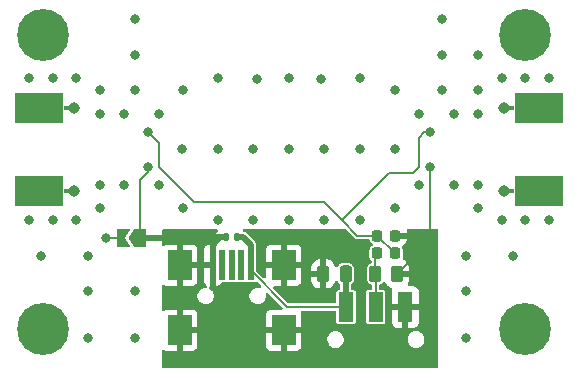
<source format=gbl>
G04 #@! TF.GenerationSoftware,KiCad,Pcbnew,(6.0.5-0)*
G04 #@! TF.CreationDate,2022-11-14T20:13:07-05:00*
G04 #@! TF.ProjectId,switchable-rf-attenuator,73776974-6368-4616-926c-652d72662d61,rev?*
G04 #@! TF.SameCoordinates,Original*
G04 #@! TF.FileFunction,Copper,L4,Bot*
G04 #@! TF.FilePolarity,Positive*
%FSLAX46Y46*%
G04 Gerber Fmt 4.6, Leading zero omitted, Abs format (unit mm)*
G04 Created by KiCad (PCBNEW (6.0.5-0)) date 2022-11-14 20:13:07*
%MOMM*%
%LPD*%
G01*
G04 APERTURE LIST*
G04 Aperture macros list*
%AMRoundRect*
0 Rectangle with rounded corners*
0 $1 Rounding radius*
0 $2 $3 $4 $5 $6 $7 $8 $9 X,Y pos of 4 corners*
0 Add a 4 corners polygon primitive as box body*
4,1,4,$2,$3,$4,$5,$6,$7,$8,$9,$2,$3,0*
0 Add four circle primitives for the rounded corners*
1,1,$1+$1,$2,$3*
1,1,$1+$1,$4,$5*
1,1,$1+$1,$6,$7*
1,1,$1+$1,$8,$9*
0 Add four rect primitives between the rounded corners*
20,1,$1+$1,$2,$3,$4,$5,0*
20,1,$1+$1,$4,$5,$6,$7,0*
20,1,$1+$1,$6,$7,$8,$9,0*
20,1,$1+$1,$8,$9,$2,$3,0*%
%AMFreePoly0*
4,1,6,1.000000,0.000000,0.500000,-0.750000,-0.500000,-0.750000,-0.500000,0.750000,0.500000,0.750000,1.000000,0.000000,1.000000,0.000000,$1*%
%AMFreePoly1*
4,1,6,0.500000,-0.750000,-0.650000,-0.750000,-0.150000,0.000000,-0.650000,0.750000,0.500000,0.750000,0.500000,-0.750000,0.500000,-0.750000,$1*%
G04 Aperture macros list end*
G04 #@! TA.AperFunction,ComponentPad*
%ADD10C,0.700000*%
G04 #@! TD*
G04 #@! TA.AperFunction,ComponentPad*
%ADD11C,4.400000*%
G04 #@! TD*
G04 #@! TA.AperFunction,SMDPad,CuDef*
%ADD12R,0.890000X0.460000*%
G04 #@! TD*
G04 #@! TA.AperFunction,SMDPad,CuDef*
%ADD13R,4.190000X2.665000*%
G04 #@! TD*
G04 #@! TA.AperFunction,ComponentPad*
%ADD14C,0.970000*%
G04 #@! TD*
G04 #@! TA.AperFunction,SMDPad,CuDef*
%ADD15R,1.250000X2.500000*%
G04 #@! TD*
G04 #@! TA.AperFunction,SMDPad,CuDef*
%ADD16RoundRect,0.218750X-0.218750X-0.256250X0.218750X-0.256250X0.218750X0.256250X-0.218750X0.256250X0*%
G04 #@! TD*
G04 #@! TA.AperFunction,SMDPad,CuDef*
%ADD17RoundRect,0.147500X-0.147500X-0.172500X0.147500X-0.172500X0.147500X0.172500X-0.147500X0.172500X0*%
G04 #@! TD*
G04 #@! TA.AperFunction,SMDPad,CuDef*
%ADD18FreePoly0,180.000000*%
G04 #@! TD*
G04 #@! TA.AperFunction,SMDPad,CuDef*
%ADD19FreePoly1,180.000000*%
G04 #@! TD*
G04 #@! TA.AperFunction,SMDPad,CuDef*
%ADD20RoundRect,0.225000X-0.225000X-0.250000X0.225000X-0.250000X0.225000X0.250000X-0.225000X0.250000X0*%
G04 #@! TD*
G04 #@! TA.AperFunction,SMDPad,CuDef*
%ADD21RoundRect,0.250000X0.262500X0.450000X-0.262500X0.450000X-0.262500X-0.450000X0.262500X-0.450000X0*%
G04 #@! TD*
G04 #@! TA.AperFunction,SMDPad,CuDef*
%ADD22RoundRect,0.250000X0.250000X0.475000X-0.250000X0.475000X-0.250000X-0.475000X0.250000X-0.475000X0*%
G04 #@! TD*
G04 #@! TA.AperFunction,SMDPad,CuDef*
%ADD23R,0.500000X2.500000*%
G04 #@! TD*
G04 #@! TA.AperFunction,SMDPad,CuDef*
%ADD24R,2.000000X2.500000*%
G04 #@! TD*
G04 #@! TA.AperFunction,ViaPad*
%ADD25C,0.800000*%
G04 #@! TD*
G04 #@! TA.AperFunction,Conductor*
%ADD26C,0.500000*%
G04 #@! TD*
G04 #@! TA.AperFunction,Conductor*
%ADD27C,0.200000*%
G04 #@! TD*
G04 APERTURE END LIST*
D10*
X187350000Y-108300000D03*
X190166726Y-109466726D03*
X189000000Y-109950000D03*
X190650000Y-108300000D03*
X190166726Y-107133274D03*
X187833274Y-109466726D03*
D11*
X189000000Y-108300000D03*
D10*
X187833274Y-107133274D03*
X189000000Y-106650000D03*
D12*
X150340000Y-114507500D03*
D13*
X147800000Y-114507500D03*
D14*
X150785000Y-114507500D03*
D12*
X150340000Y-121492500D03*
D14*
X150785000Y-121492500D03*
D13*
X147800000Y-121492500D03*
D10*
X149316726Y-132033274D03*
X148150000Y-131550000D03*
X148150000Y-134850000D03*
X149316726Y-134366726D03*
X146500000Y-133200000D03*
X146983274Y-134366726D03*
X146983274Y-132033274D03*
X149800000Y-133200000D03*
D11*
X148200000Y-133200000D03*
D12*
X187660000Y-114507500D03*
D13*
X190200000Y-121492500D03*
X190200000Y-114507500D03*
D14*
X187215000Y-114507500D03*
X187215000Y-121492500D03*
D12*
X187660000Y-121492500D03*
D10*
X149366726Y-109466726D03*
X147033274Y-107133274D03*
X146550000Y-108300000D03*
X147033274Y-109466726D03*
D11*
X148200000Y-108300000D03*
D10*
X149366726Y-107133274D03*
X149850000Y-108300000D03*
X148200000Y-106650000D03*
X148200000Y-109950000D03*
X187833274Y-134366726D03*
X190166726Y-132033274D03*
X190650000Y-133200000D03*
D11*
X189000000Y-133200000D03*
D10*
X189000000Y-134850000D03*
X189000000Y-131550000D03*
X187350000Y-133200000D03*
X190166726Y-134366726D03*
X187833274Y-132033274D03*
D15*
X178850000Y-131350000D03*
X176350000Y-131350000D03*
X173850000Y-131350000D03*
D16*
X176450000Y-126810000D03*
X178025000Y-126810000D03*
D17*
X163665000Y-125450000D03*
X164635000Y-125450000D03*
D18*
X156425000Y-125500000D03*
D19*
X154975000Y-125500000D03*
D20*
X176462500Y-125300000D03*
X178012500Y-125300000D03*
D21*
X178150000Y-128550000D03*
X176325000Y-128550000D03*
D22*
X173800000Y-128550000D03*
X171900000Y-128550000D03*
D23*
X165750000Y-127825000D03*
X164950000Y-127825000D03*
X164150000Y-127825000D03*
X163350000Y-127825000D03*
X162550000Y-127825000D03*
D24*
X168550000Y-127825000D03*
X159750000Y-133325000D03*
X168550000Y-133325000D03*
X159750000Y-127825000D03*
D25*
X180950000Y-119460000D03*
X157050000Y-119460000D03*
X157050000Y-116540000D03*
X180950000Y-116540000D03*
X190200000Y-114500000D03*
X166000000Y-118000000D03*
X184000000Y-127000000D03*
X178000000Y-113000000D03*
X175000000Y-124000000D03*
X188800000Y-114500000D03*
X191000000Y-112000000D03*
X156000000Y-134000000D03*
X156000000Y-113000000D03*
X191600000Y-114500000D03*
X169000000Y-124000000D03*
X188800000Y-121500000D03*
X155000000Y-121000000D03*
X166300000Y-112060000D03*
X180000000Y-115000000D03*
X175000000Y-118000000D03*
X149000000Y-112000000D03*
X189000000Y-112000000D03*
X185000000Y-110000000D03*
X156000000Y-107000000D03*
X146400000Y-114500000D03*
X151000000Y-112000000D03*
X191000000Y-124000000D03*
X163000000Y-124000000D03*
X178000000Y-123000000D03*
X183000000Y-121000000D03*
X152000000Y-130000000D03*
X182000000Y-107000000D03*
X149200000Y-121500000D03*
X188000000Y-127000000D03*
X182000000Y-110000000D03*
X171700000Y-112060000D03*
X169000000Y-112000000D03*
X158000000Y-121000000D03*
X178000000Y-118000000D03*
X169000000Y-118000000D03*
X187000000Y-112000000D03*
X184000000Y-134000000D03*
X183000000Y-115000000D03*
X147000000Y-124000000D03*
X152000000Y-134000000D03*
X153000000Y-113000000D03*
X156000000Y-130000000D03*
X148000000Y-127000000D03*
X185000000Y-115000000D03*
X153500000Y-125500000D03*
X189000000Y-124000000D03*
X180000000Y-121000000D03*
X163000000Y-112000000D03*
X163000000Y-118000000D03*
X147000000Y-112000000D03*
X153000000Y-115000000D03*
X191600000Y-121500000D03*
X153000000Y-123000000D03*
X153000000Y-121000000D03*
X182000000Y-113000000D03*
X155000000Y-115000000D03*
X184000000Y-130000000D03*
X187000000Y-124000000D03*
X166000000Y-124000000D03*
X151000000Y-124000000D03*
X152000000Y-127000000D03*
X185000000Y-123000000D03*
X159950000Y-118000000D03*
X156000000Y-110000000D03*
X172000000Y-118000000D03*
X172000000Y-124000000D03*
X190200000Y-121500000D03*
X175000000Y-112000000D03*
X160000000Y-123000000D03*
X160000000Y-113000000D03*
X146400000Y-121500000D03*
X147800000Y-114500000D03*
X185000000Y-121000000D03*
X149000000Y-124000000D03*
X149200000Y-114500000D03*
X158000000Y-115000000D03*
X185000000Y-113000000D03*
X147800000Y-121500000D03*
D26*
X163175000Y-125450000D02*
X163665000Y-125450000D01*
X162550000Y-127825000D02*
X162550000Y-126075000D01*
D27*
X180950000Y-119460000D02*
X180950000Y-125750000D01*
X157050000Y-119950000D02*
X156425000Y-120575000D01*
D26*
X156425000Y-125500000D02*
X158725000Y-125500000D01*
D27*
X156425000Y-120575000D02*
X156425000Y-125500000D01*
X180950000Y-125750000D02*
X178150000Y-128550000D01*
X157050000Y-119460000D02*
X157050000Y-119950000D01*
D26*
X162550000Y-126075000D02*
X163175000Y-125450000D01*
X165125000Y-125450000D02*
X165750000Y-126075000D01*
D27*
X165750000Y-128250000D02*
X165750000Y-127825000D01*
X168850000Y-131350000D02*
X165750000Y-128250000D01*
D26*
X165750000Y-126075000D02*
X165750000Y-127825000D01*
X173800000Y-128550000D02*
X173800000Y-131450000D01*
X164635000Y-125450000D02*
X165125000Y-125450000D01*
D27*
X173850000Y-131350000D02*
X168850000Y-131350000D01*
X173500000Y-124000000D02*
X177500000Y-120000000D01*
X174800000Y-125300000D02*
X173500000Y-124000000D01*
X180000000Y-119500000D02*
X180000000Y-117000000D01*
X173500000Y-124000000D02*
X172000000Y-122500000D01*
X176462500Y-125300000D02*
X174800000Y-125300000D01*
X158000000Y-117490000D02*
X157050000Y-116540000D01*
X172000000Y-122500000D02*
X161000000Y-122500000D01*
X180000000Y-117000000D02*
X180460000Y-116540000D01*
X179500000Y-120000000D02*
X180000000Y-119500000D01*
X161000000Y-122500000D02*
X158000000Y-119500000D01*
X180460000Y-116540000D02*
X180950000Y-116540000D01*
X177972500Y-126810000D02*
X176462500Y-125300000D01*
X177500000Y-120000000D02*
X179500000Y-120000000D01*
X158000000Y-119500000D02*
X158000000Y-117490000D01*
X178025000Y-126810000D02*
X177972500Y-126810000D01*
X153500000Y-125500000D02*
X154975000Y-125500000D01*
X176325000Y-126935000D02*
X176450000Y-126810000D01*
X176325000Y-128550000D02*
X176325000Y-126935000D01*
X176350000Y-128575000D02*
X176325000Y-128550000D01*
X176350000Y-131350000D02*
X176350000Y-128575000D01*
G04 #@! TA.AperFunction,Conductor*
G36*
X162915130Y-124770002D02*
G01*
X162961623Y-124823658D01*
X162971727Y-124893932D01*
X162955462Y-124940140D01*
X162915166Y-125008276D01*
X162908918Y-125022713D01*
X162866721Y-125167957D01*
X162864771Y-125178635D01*
X162867795Y-125193031D01*
X162879258Y-125196000D01*
X163793000Y-125196000D01*
X163861121Y-125216002D01*
X163907614Y-125269658D01*
X163919000Y-125322000D01*
X163919000Y-125578000D01*
X163898998Y-125646121D01*
X163845342Y-125692614D01*
X163793000Y-125704000D01*
X162881319Y-125704000D01*
X162866524Y-125708344D01*
X162864492Y-125719840D01*
X162866721Y-125732043D01*
X162908918Y-125877287D01*
X162914925Y-125891168D01*
X162923622Y-125961630D01*
X162892844Y-126025609D01*
X162834786Y-126062105D01*
X162802876Y-126071475D01*
X162801671Y-126072865D01*
X162800000Y-126080548D01*
X162800000Y-129564884D01*
X162804475Y-129580123D01*
X162805865Y-129581328D01*
X162813548Y-129582999D01*
X162844669Y-129582999D01*
X162851490Y-129582629D01*
X162902352Y-129577105D01*
X162917604Y-129573479D01*
X163038054Y-129528324D01*
X163053649Y-129519786D01*
X163155724Y-129443285D01*
X163168285Y-129430724D01*
X163246820Y-129325935D01*
X163303679Y-129283420D01*
X163347646Y-129275500D01*
X163619748Y-129275500D01*
X163625816Y-129274293D01*
X163666061Y-129266288D01*
X163666062Y-129266288D01*
X163678231Y-129263867D01*
X163688547Y-129256974D01*
X163700017Y-129252223D01*
X163701555Y-129255937D01*
X163747751Y-129241472D01*
X163798289Y-129256312D01*
X163799983Y-129252223D01*
X163811453Y-129256974D01*
X163821769Y-129263867D01*
X163833938Y-129266288D01*
X163833939Y-129266288D01*
X163874184Y-129274293D01*
X163880252Y-129275500D01*
X164419748Y-129275500D01*
X164425816Y-129274293D01*
X164466061Y-129266288D01*
X164466062Y-129266288D01*
X164478231Y-129263867D01*
X164488547Y-129256974D01*
X164500017Y-129252223D01*
X164501555Y-129255937D01*
X164547751Y-129241472D01*
X164598289Y-129256312D01*
X164599983Y-129252223D01*
X164611453Y-129256974D01*
X164621769Y-129263867D01*
X164633938Y-129266288D01*
X164633939Y-129266288D01*
X164674184Y-129274293D01*
X164680252Y-129275500D01*
X165219748Y-129275500D01*
X165225816Y-129274293D01*
X165266061Y-129266288D01*
X165266062Y-129266288D01*
X165278231Y-129263867D01*
X165288547Y-129256974D01*
X165300017Y-129252223D01*
X165301555Y-129255937D01*
X165347751Y-129241472D01*
X165398289Y-129256312D01*
X165399983Y-129252223D01*
X165411453Y-129256974D01*
X165421769Y-129263867D01*
X165433938Y-129266288D01*
X165433939Y-129266288D01*
X165474184Y-129274293D01*
X165480252Y-129275500D01*
X166019748Y-129275500D01*
X166025816Y-129274293D01*
X166066061Y-129266288D01*
X166066062Y-129266288D01*
X166078231Y-129263867D01*
X166144552Y-129219552D01*
X166146385Y-129222295D01*
X166191091Y-129197892D01*
X166261906Y-129202968D01*
X166306951Y-129231922D01*
X166598216Y-129523187D01*
X166632242Y-129585499D01*
X166627177Y-129656314D01*
X166584630Y-129713150D01*
X166518110Y-129737961D01*
X166492675Y-129737204D01*
X166400262Y-129725038D01*
X166400259Y-129725038D01*
X166396174Y-129724500D01*
X166307484Y-129724500D01*
X166181680Y-129739724D01*
X166023077Y-129799655D01*
X166016819Y-129803956D01*
X165932444Y-129861946D01*
X165883349Y-129895688D01*
X165878297Y-129901358D01*
X165878296Y-129901359D01*
X165775612Y-130016608D01*
X165775610Y-130016612D01*
X165770560Y-130022279D01*
X165767008Y-130028988D01*
X165767007Y-130028989D01*
X165756671Y-130048510D01*
X165691224Y-130172119D01*
X165649919Y-130336559D01*
X165649031Y-130506105D01*
X165688612Y-130670968D01*
X165766375Y-130821631D01*
X165771367Y-130827353D01*
X165771368Y-130827355D01*
X165833808Y-130898931D01*
X165877831Y-130949396D01*
X165884045Y-130953763D01*
X166010330Y-131042518D01*
X166010332Y-131042519D01*
X166016547Y-131046887D01*
X166174513Y-131108476D01*
X166182046Y-131109468D01*
X166182047Y-131109468D01*
X166299739Y-131124962D01*
X166303826Y-131125500D01*
X166392516Y-131125500D01*
X166518320Y-131110276D01*
X166676923Y-131050345D01*
X166731849Y-131012595D01*
X166810392Y-130958614D01*
X166810393Y-130958613D01*
X166816651Y-130954312D01*
X166844104Y-130923500D01*
X166924388Y-130833392D01*
X166924390Y-130833388D01*
X166929440Y-130827721D01*
X166936238Y-130814883D01*
X167005224Y-130684589D01*
X167008776Y-130677881D01*
X167050081Y-130513441D01*
X167050969Y-130343895D01*
X167039016Y-130294109D01*
X167042563Y-130223202D01*
X167083883Y-130165468D01*
X167149857Y-130139238D01*
X167219538Y-130152841D01*
X167250630Y-130175601D01*
X168426934Y-131351905D01*
X168460960Y-131414217D01*
X168455895Y-131485032D01*
X168413348Y-131541868D01*
X168346828Y-131566679D01*
X168337839Y-131567000D01*
X167505331Y-131567001D01*
X167498510Y-131567371D01*
X167447648Y-131572895D01*
X167432396Y-131576521D01*
X167311946Y-131621676D01*
X167296351Y-131630214D01*
X167194276Y-131706715D01*
X167181715Y-131719276D01*
X167105214Y-131821351D01*
X167096676Y-131836946D01*
X167051522Y-131957394D01*
X167047895Y-131972649D01*
X167042369Y-132023514D01*
X167042000Y-132030328D01*
X167042000Y-133052885D01*
X167046475Y-133068124D01*
X167047865Y-133069329D01*
X167055548Y-133071000D01*
X170039884Y-133071000D01*
X170055123Y-133066525D01*
X170056328Y-133065135D01*
X170057999Y-133057452D01*
X170057999Y-132030331D01*
X170057629Y-132023510D01*
X170052105Y-131972648D01*
X170048479Y-131957396D01*
X170000172Y-131828538D01*
X170001406Y-131828076D01*
X169988190Y-131767654D01*
X170012925Y-131701106D01*
X170069713Y-131658494D01*
X170113879Y-131650500D01*
X172898500Y-131650500D01*
X172966621Y-131670502D01*
X173013114Y-131724158D01*
X173024500Y-131776500D01*
X173024500Y-132619748D01*
X173036133Y-132678231D01*
X173080448Y-132744552D01*
X173146769Y-132788867D01*
X173158938Y-132791288D01*
X173158939Y-132791288D01*
X173199184Y-132799293D01*
X173205252Y-132800500D01*
X174494748Y-132800500D01*
X174500816Y-132799293D01*
X174541061Y-132791288D01*
X174541062Y-132791288D01*
X174553231Y-132788867D01*
X174619552Y-132744552D01*
X174663867Y-132678231D01*
X174675500Y-132619748D01*
X174675500Y-130080252D01*
X174663867Y-130021769D01*
X174619552Y-129955448D01*
X174553231Y-129911133D01*
X174541062Y-129908712D01*
X174541061Y-129908712D01*
X174500816Y-129900707D01*
X174494748Y-129899500D01*
X174376500Y-129899500D01*
X174308379Y-129879498D01*
X174261886Y-129825842D01*
X174250500Y-129773500D01*
X174250500Y-129500581D01*
X174270502Y-129432460D01*
X174301640Y-129399230D01*
X174364579Y-129352742D01*
X174372150Y-129347150D01*
X174395471Y-129315576D01*
X174447041Y-129245757D01*
X174447042Y-129245754D01*
X174452634Y-129238184D01*
X174497519Y-129110369D01*
X174500500Y-129078834D01*
X174500500Y-128021166D01*
X174497519Y-127989631D01*
X174452634Y-127861816D01*
X174447042Y-127854246D01*
X174447041Y-127854243D01*
X174377742Y-127760421D01*
X174372150Y-127752850D01*
X174355206Y-127740335D01*
X174270757Y-127677959D01*
X174270754Y-127677958D01*
X174263184Y-127672366D01*
X174135369Y-127627481D01*
X174127723Y-127626758D01*
X174127722Y-127626758D01*
X174121752Y-127626194D01*
X174103834Y-127624500D01*
X173496166Y-127624500D01*
X173478248Y-127626194D01*
X173472278Y-127626758D01*
X173472277Y-127626758D01*
X173464631Y-127627481D01*
X173336816Y-127672366D01*
X173329246Y-127677958D01*
X173329243Y-127677959D01*
X173244794Y-127740335D01*
X173227850Y-127752850D01*
X173222258Y-127760421D01*
X173152959Y-127854243D01*
X173152958Y-127854246D01*
X173147366Y-127861816D01*
X173135467Y-127895699D01*
X173131157Y-127907973D01*
X173089714Y-127965619D01*
X173023684Y-127991707D01*
X172954032Y-127977956D01*
X172902871Y-127928731D01*
X172892750Y-127906101D01*
X172843412Y-127758216D01*
X172837239Y-127745038D01*
X172751937Y-127607193D01*
X172742901Y-127595792D01*
X172628171Y-127481261D01*
X172616760Y-127472249D01*
X172478757Y-127387184D01*
X172465576Y-127381037D01*
X172311290Y-127329862D01*
X172297914Y-127326995D01*
X172203562Y-127317328D01*
X172197145Y-127317000D01*
X172172115Y-127317000D01*
X172156876Y-127321475D01*
X172155671Y-127322865D01*
X172154000Y-127330548D01*
X172154000Y-129764884D01*
X172158475Y-129780123D01*
X172159865Y-129781328D01*
X172167548Y-129782999D01*
X172197095Y-129782999D01*
X172203614Y-129782662D01*
X172299206Y-129772743D01*
X172312600Y-129769851D01*
X172466784Y-129718412D01*
X172479962Y-129712239D01*
X172617807Y-129626937D01*
X172629208Y-129617901D01*
X172743739Y-129503171D01*
X172752751Y-129491760D01*
X172837816Y-129353757D01*
X172843963Y-129340576D01*
X172892611Y-129193908D01*
X172933042Y-129135549D01*
X172998606Y-129108312D01*
X173068488Y-129120846D01*
X173120500Y-129169170D01*
X173131087Y-129191828D01*
X173133217Y-129197892D01*
X173147366Y-129238184D01*
X173152958Y-129245754D01*
X173152959Y-129245757D01*
X173204529Y-129315576D01*
X173227850Y-129347150D01*
X173235421Y-129352742D01*
X173298360Y-129399230D01*
X173341270Y-129455791D01*
X173349500Y-129500581D01*
X173349500Y-129773500D01*
X173329498Y-129841621D01*
X173275842Y-129888114D01*
X173223500Y-129899500D01*
X173205252Y-129899500D01*
X173199184Y-129900707D01*
X173158939Y-129908712D01*
X173158938Y-129908712D01*
X173146769Y-129911133D01*
X173080448Y-129955448D01*
X173036133Y-130021769D01*
X173024500Y-130080252D01*
X173024500Y-130923500D01*
X173004498Y-130991621D01*
X172950842Y-131038114D01*
X172898500Y-131049500D01*
X169026661Y-131049500D01*
X168958540Y-131029498D01*
X168937566Y-131012595D01*
X167723066Y-129798095D01*
X167689040Y-129735783D01*
X167694105Y-129664968D01*
X167736652Y-129608132D01*
X167803172Y-129583321D01*
X167812161Y-129583000D01*
X168277885Y-129583000D01*
X168293124Y-129578525D01*
X168294329Y-129577135D01*
X168296000Y-129569452D01*
X168296000Y-129564884D01*
X168804000Y-129564884D01*
X168808475Y-129580123D01*
X168809865Y-129581328D01*
X168817548Y-129582999D01*
X169594669Y-129582999D01*
X169601490Y-129582629D01*
X169652352Y-129577105D01*
X169667604Y-129573479D01*
X169788054Y-129528324D01*
X169803649Y-129519786D01*
X169905724Y-129443285D01*
X169918285Y-129430724D01*
X169994786Y-129328649D01*
X170003324Y-129313054D01*
X170048478Y-129192606D01*
X170052105Y-129177351D01*
X170057631Y-129126486D01*
X170058000Y-129119672D01*
X170058000Y-129072095D01*
X170892001Y-129072095D01*
X170892338Y-129078614D01*
X170902257Y-129174206D01*
X170905149Y-129187600D01*
X170956588Y-129341784D01*
X170962761Y-129354962D01*
X171048063Y-129492807D01*
X171057099Y-129504208D01*
X171171829Y-129618739D01*
X171183240Y-129627751D01*
X171321243Y-129712816D01*
X171334424Y-129718963D01*
X171488710Y-129770138D01*
X171502086Y-129773005D01*
X171596438Y-129782672D01*
X171602854Y-129783000D01*
X171627885Y-129783000D01*
X171643124Y-129778525D01*
X171644329Y-129777135D01*
X171646000Y-129769452D01*
X171646000Y-128822115D01*
X171641525Y-128806876D01*
X171640135Y-128805671D01*
X171632452Y-128804000D01*
X170910116Y-128804000D01*
X170894877Y-128808475D01*
X170893672Y-128809865D01*
X170892001Y-128817548D01*
X170892001Y-129072095D01*
X170058000Y-129072095D01*
X170058000Y-128277885D01*
X170892000Y-128277885D01*
X170896475Y-128293124D01*
X170897865Y-128294329D01*
X170905548Y-128296000D01*
X171627885Y-128296000D01*
X171643124Y-128291525D01*
X171644329Y-128290135D01*
X171646000Y-128282452D01*
X171646000Y-127335116D01*
X171641525Y-127319877D01*
X171640135Y-127318672D01*
X171632452Y-127317001D01*
X171602905Y-127317001D01*
X171596386Y-127317338D01*
X171500794Y-127327257D01*
X171487400Y-127330149D01*
X171333216Y-127381588D01*
X171320038Y-127387761D01*
X171182193Y-127473063D01*
X171170792Y-127482099D01*
X171056261Y-127596829D01*
X171047249Y-127608240D01*
X170962184Y-127746243D01*
X170956037Y-127759424D01*
X170904862Y-127913710D01*
X170901995Y-127927086D01*
X170892328Y-128021438D01*
X170892000Y-128027855D01*
X170892000Y-128277885D01*
X170058000Y-128277885D01*
X170058000Y-128097115D01*
X170053525Y-128081876D01*
X170052135Y-128080671D01*
X170044452Y-128079000D01*
X168822115Y-128079000D01*
X168806876Y-128083475D01*
X168805671Y-128084865D01*
X168804000Y-128092548D01*
X168804000Y-129564884D01*
X168296000Y-129564884D01*
X168296000Y-128097115D01*
X168291525Y-128081876D01*
X168290135Y-128080671D01*
X168282452Y-128079000D01*
X167060116Y-128079000D01*
X167044877Y-128083475D01*
X167043672Y-128084865D01*
X167042001Y-128092548D01*
X167042001Y-128812840D01*
X167021999Y-128880961D01*
X166968343Y-128927454D01*
X166898069Y-128937558D01*
X166833489Y-128908064D01*
X166826906Y-128901935D01*
X166237405Y-128312434D01*
X166203379Y-128250122D01*
X166200500Y-128223339D01*
X166200500Y-127552885D01*
X167042000Y-127552885D01*
X167046475Y-127568124D01*
X167047865Y-127569329D01*
X167055548Y-127571000D01*
X168277885Y-127571000D01*
X168293124Y-127566525D01*
X168294329Y-127565135D01*
X168296000Y-127557452D01*
X168296000Y-127552885D01*
X168804000Y-127552885D01*
X168808475Y-127568124D01*
X168809865Y-127569329D01*
X168817548Y-127571000D01*
X170039884Y-127571000D01*
X170055123Y-127566525D01*
X170056328Y-127565135D01*
X170057999Y-127557452D01*
X170057999Y-126530331D01*
X170057629Y-126523510D01*
X170052105Y-126472648D01*
X170048479Y-126457396D01*
X170003324Y-126336946D01*
X169994786Y-126321351D01*
X169918285Y-126219276D01*
X169905724Y-126206715D01*
X169803649Y-126130214D01*
X169788054Y-126121676D01*
X169667606Y-126076522D01*
X169652351Y-126072895D01*
X169601486Y-126067369D01*
X169594672Y-126067000D01*
X168822115Y-126067000D01*
X168806876Y-126071475D01*
X168805671Y-126072865D01*
X168804000Y-126080548D01*
X168804000Y-127552885D01*
X168296000Y-127552885D01*
X168296000Y-126085116D01*
X168291525Y-126069877D01*
X168290135Y-126068672D01*
X168282452Y-126067001D01*
X167505331Y-126067001D01*
X167498510Y-126067371D01*
X167447648Y-126072895D01*
X167432396Y-126076521D01*
X167311946Y-126121676D01*
X167296351Y-126130214D01*
X167194276Y-126206715D01*
X167181715Y-126219276D01*
X167105214Y-126321351D01*
X167096676Y-126336946D01*
X167051522Y-126457394D01*
X167047895Y-126472649D01*
X167042369Y-126523514D01*
X167042000Y-126530328D01*
X167042000Y-127552885D01*
X166200500Y-127552885D01*
X166200500Y-126109219D01*
X166201373Y-126094410D01*
X166204257Y-126070042D01*
X166205364Y-126060689D01*
X166203672Y-126051423D01*
X166194826Y-126002988D01*
X166194176Y-125999084D01*
X166186849Y-125950348D01*
X166186848Y-125950346D01*
X166185449Y-125941038D01*
X166182322Y-125934525D01*
X166181025Y-125927426D01*
X166171833Y-125909730D01*
X166153982Y-125875363D01*
X166152214Y-125871825D01*
X166130887Y-125827413D01*
X166130887Y-125827412D01*
X166126809Y-125818921D01*
X166121924Y-125813636D01*
X166121892Y-125813589D01*
X166118579Y-125807211D01*
X166114275Y-125802172D01*
X166077048Y-125764945D01*
X166073618Y-125761379D01*
X166041246Y-125726359D01*
X166034854Y-125719444D01*
X166028495Y-125715751D01*
X166022337Y-125710234D01*
X165467753Y-125155650D01*
X165457899Y-125144561D01*
X165442707Y-125125291D01*
X165442705Y-125125289D01*
X165436872Y-125117890D01*
X165429125Y-125112535D01*
X165429123Y-125112534D01*
X165388625Y-125084545D01*
X165385403Y-125082243D01*
X165345758Y-125052960D01*
X165345757Y-125052959D01*
X165338184Y-125047366D01*
X165331368Y-125044973D01*
X165325431Y-125040869D01*
X165316451Y-125038029D01*
X165316449Y-125038028D01*
X165296283Y-125031650D01*
X165269481Y-125023174D01*
X165265750Y-125021929D01*
X165219263Y-125005604D01*
X165219261Y-125005604D01*
X165210369Y-125002481D01*
X165203181Y-125002199D01*
X165203122Y-125002188D01*
X165196270Y-125000020D01*
X165189926Y-124999521D01*
X165127184Y-124967009D01*
X165091814Y-124905450D01*
X165095340Y-124834541D01*
X165136643Y-124776795D01*
X165202608Y-124750546D01*
X165214324Y-124750000D01*
X173772839Y-124750000D01*
X173840960Y-124770002D01*
X173861934Y-124786905D01*
X174550481Y-125475452D01*
X174552237Y-125477486D01*
X174554575Y-125482269D01*
X174563104Y-125490181D01*
X174563105Y-125490182D01*
X174590477Y-125515573D01*
X174593882Y-125518853D01*
X174607277Y-125532248D01*
X174611247Y-125534972D01*
X174613895Y-125537297D01*
X174636646Y-125558401D01*
X174647453Y-125562713D01*
X174651438Y-125565232D01*
X174662247Y-125571004D01*
X174666552Y-125572911D01*
X174676146Y-125579493D01*
X174700099Y-125585177D01*
X174700136Y-125585186D01*
X174717732Y-125590751D01*
X174740622Y-125599883D01*
X174746915Y-125600500D01*
X174749997Y-125600500D01*
X174753067Y-125600650D01*
X174753056Y-125600866D01*
X174764431Y-125602198D01*
X174773745Y-125602653D01*
X174785066Y-125605340D01*
X174796595Y-125603771D01*
X174796596Y-125603771D01*
X174812173Y-125601651D01*
X174829164Y-125600500D01*
X175711021Y-125600500D01*
X175779142Y-125620502D01*
X175825635Y-125674158D01*
X175826858Y-125677300D01*
X175827781Y-125683126D01*
X175888972Y-125803220D01*
X175984280Y-125898528D01*
X176068664Y-125941524D01*
X176120278Y-125990271D01*
X176137344Y-126059186D01*
X176114443Y-126126388D01*
X176068663Y-126166057D01*
X175981749Y-126210342D01*
X175887842Y-126304249D01*
X175827549Y-126422580D01*
X175812000Y-126520754D01*
X175812000Y-127099246D01*
X175827549Y-127197420D01*
X175887842Y-127315751D01*
X175981749Y-127409658D01*
X175980304Y-127411103D01*
X176015918Y-127457296D01*
X176024500Y-127503001D01*
X176024500Y-127546550D01*
X176004498Y-127614671D01*
X175950842Y-127661164D01*
X175940251Y-127665432D01*
X175849316Y-127697366D01*
X175841746Y-127702958D01*
X175841743Y-127702959D01*
X175783142Y-127746243D01*
X175740350Y-127777850D01*
X175734758Y-127785421D01*
X175665459Y-127879243D01*
X175665458Y-127879246D01*
X175659866Y-127886816D01*
X175614981Y-128014631D01*
X175612000Y-128046166D01*
X175612000Y-129053834D01*
X175614981Y-129085369D01*
X175659866Y-129213184D01*
X175665458Y-129220754D01*
X175665459Y-129220757D01*
X175711743Y-129283420D01*
X175740350Y-129322150D01*
X175747921Y-129327742D01*
X175841743Y-129397041D01*
X175841746Y-129397042D01*
X175849316Y-129402634D01*
X175933190Y-129432088D01*
X175965248Y-129443346D01*
X176022894Y-129484789D01*
X176048982Y-129550819D01*
X176049500Y-129562229D01*
X176049500Y-129773500D01*
X176029498Y-129841621D01*
X175975842Y-129888114D01*
X175923500Y-129899500D01*
X175705252Y-129899500D01*
X175699184Y-129900707D01*
X175658939Y-129908712D01*
X175658938Y-129908712D01*
X175646769Y-129911133D01*
X175580448Y-129955448D01*
X175536133Y-130021769D01*
X175524500Y-130080252D01*
X175524500Y-132619748D01*
X175536133Y-132678231D01*
X175580448Y-132744552D01*
X175646769Y-132788867D01*
X175658938Y-132791288D01*
X175658939Y-132791288D01*
X175699184Y-132799293D01*
X175705252Y-132800500D01*
X176994748Y-132800500D01*
X177000816Y-132799293D01*
X177041061Y-132791288D01*
X177041062Y-132791288D01*
X177053231Y-132788867D01*
X177119552Y-132744552D01*
X177163867Y-132678231D01*
X177170543Y-132644669D01*
X177717001Y-132644669D01*
X177717371Y-132651490D01*
X177722895Y-132702352D01*
X177726521Y-132717604D01*
X177771676Y-132838054D01*
X177780214Y-132853649D01*
X177856715Y-132955724D01*
X177869276Y-132968285D01*
X177971351Y-133044786D01*
X177986946Y-133053324D01*
X178107394Y-133098478D01*
X178122649Y-133102105D01*
X178173514Y-133107631D01*
X178180328Y-133108000D01*
X178577885Y-133108000D01*
X178593124Y-133103525D01*
X178594329Y-133102135D01*
X178596000Y-133094452D01*
X178596000Y-133089884D01*
X179104000Y-133089884D01*
X179108475Y-133105123D01*
X179109865Y-133106328D01*
X179117548Y-133107999D01*
X179519669Y-133107999D01*
X179526490Y-133107629D01*
X179577352Y-133102105D01*
X179592604Y-133098479D01*
X179713054Y-133053324D01*
X179728649Y-133044786D01*
X179830724Y-132968285D01*
X179843285Y-132955724D01*
X179919786Y-132853649D01*
X179928324Y-132838054D01*
X179973478Y-132717606D01*
X179977105Y-132702351D01*
X179982631Y-132651486D01*
X179983000Y-132644672D01*
X179983000Y-131622115D01*
X179978525Y-131606876D01*
X179977135Y-131605671D01*
X179969452Y-131604000D01*
X179122115Y-131604000D01*
X179106876Y-131608475D01*
X179105671Y-131609865D01*
X179104000Y-131617548D01*
X179104000Y-133089884D01*
X178596000Y-133089884D01*
X178596000Y-131622115D01*
X178591525Y-131606876D01*
X178590135Y-131605671D01*
X178582452Y-131604000D01*
X177735116Y-131604000D01*
X177719877Y-131608475D01*
X177718672Y-131609865D01*
X177717001Y-131617548D01*
X177717001Y-132644669D01*
X177170543Y-132644669D01*
X177175500Y-132619748D01*
X177175500Y-130080252D01*
X177163867Y-130021769D01*
X177119552Y-129955448D01*
X177053231Y-129911133D01*
X177041062Y-129908712D01*
X177041061Y-129908712D01*
X177000816Y-129900707D01*
X176994748Y-129899500D01*
X176776500Y-129899500D01*
X176708379Y-129879498D01*
X176661886Y-129825842D01*
X176650500Y-129773500D01*
X176650500Y-129544670D01*
X176670502Y-129476549D01*
X176724158Y-129430056D01*
X176734753Y-129425787D01*
X176791800Y-129405754D01*
X176791801Y-129405753D01*
X176800684Y-129402634D01*
X176808254Y-129397042D01*
X176808257Y-129397041D01*
X176902079Y-129327742D01*
X176909650Y-129322150D01*
X176938257Y-129283420D01*
X176962709Y-129250315D01*
X177019271Y-129207404D01*
X177090052Y-129201885D01*
X177152582Y-129235510D01*
X177183584Y-129285300D01*
X177194087Y-129316782D01*
X177200261Y-129329962D01*
X177285563Y-129467807D01*
X177294599Y-129479208D01*
X177409329Y-129593739D01*
X177420740Y-129602751D01*
X177558743Y-129687816D01*
X177571924Y-129693963D01*
X177681319Y-129730248D01*
X177739678Y-129770679D01*
X177766915Y-129836243D01*
X177759633Y-129894071D01*
X177726522Y-129982394D01*
X177722895Y-129997649D01*
X177717369Y-130048514D01*
X177717000Y-130055328D01*
X177717000Y-131077885D01*
X177721475Y-131093124D01*
X177722865Y-131094329D01*
X177730548Y-131096000D01*
X179964884Y-131096000D01*
X179980123Y-131091525D01*
X179981328Y-131090135D01*
X179982999Y-131082452D01*
X179982999Y-130055331D01*
X179982629Y-130048510D01*
X179977105Y-129997648D01*
X179973479Y-129982396D01*
X179928324Y-129861946D01*
X179919786Y-129846351D01*
X179843285Y-129744276D01*
X179830724Y-129731715D01*
X179728649Y-129655214D01*
X179713054Y-129646676D01*
X179592606Y-129601522D01*
X179577351Y-129597895D01*
X179526486Y-129592369D01*
X179519672Y-129592000D01*
X179163734Y-129592000D01*
X179095613Y-129571998D01*
X179049120Y-129518342D01*
X179039016Y-129448068D01*
X179056474Y-129399885D01*
X179100314Y-129328762D01*
X179106463Y-129315576D01*
X179157638Y-129161290D01*
X179160505Y-129147914D01*
X179170172Y-129053562D01*
X179170500Y-129047146D01*
X179170500Y-128822115D01*
X179166025Y-128806876D01*
X179164635Y-128805671D01*
X179156952Y-128804000D01*
X178022000Y-128804000D01*
X177953879Y-128783998D01*
X177907386Y-128730342D01*
X177896000Y-128678000D01*
X177896000Y-128422000D01*
X177916002Y-128353879D01*
X177969658Y-128307386D01*
X178022000Y-128296000D01*
X179152384Y-128296000D01*
X179167623Y-128291525D01*
X179168828Y-128290135D01*
X179170499Y-128282452D01*
X179170499Y-128052905D01*
X179170161Y-128046377D01*
X179160243Y-127950794D01*
X179157351Y-127937400D01*
X179105912Y-127783216D01*
X179099739Y-127770038D01*
X179014437Y-127632193D01*
X179005401Y-127620792D01*
X178890671Y-127506261D01*
X178879260Y-127497249D01*
X178741257Y-127412184D01*
X178728073Y-127406036D01*
X178707339Y-127399158D01*
X178648980Y-127358726D01*
X178621745Y-127293162D01*
X178634742Y-127222364D01*
X178642949Y-127206257D01*
X178642950Y-127206253D01*
X178647451Y-127197420D01*
X178663000Y-127099246D01*
X178663000Y-126520754D01*
X178647451Y-126422580D01*
X178597735Y-126325007D01*
X178584631Y-126255232D01*
X178611331Y-126189447D01*
X178643700Y-126160660D01*
X178689676Y-126132210D01*
X178701074Y-126123176D01*
X178811486Y-126012571D01*
X178820498Y-126001160D01*
X178902504Y-125868120D01*
X178908651Y-125854939D01*
X178957991Y-125706186D01*
X178960858Y-125692810D01*
X178970172Y-125601903D01*
X178970500Y-125595487D01*
X178970500Y-125572115D01*
X178966025Y-125556876D01*
X178964635Y-125555671D01*
X178956952Y-125554000D01*
X177884500Y-125554000D01*
X177816379Y-125533998D01*
X177769886Y-125480342D01*
X177758500Y-125428000D01*
X177758500Y-125172000D01*
X177778502Y-125103879D01*
X177832158Y-125057386D01*
X177884500Y-125046000D01*
X178952385Y-125046000D01*
X178967624Y-125041525D01*
X178968829Y-125040135D01*
X178970500Y-125032452D01*
X178970500Y-125004562D01*
X178970163Y-124998047D01*
X178960606Y-124905944D01*
X178959884Y-124902602D01*
X178960039Y-124900480D01*
X178959894Y-124899084D01*
X178960143Y-124899058D01*
X178965053Y-124831794D01*
X179007684Y-124775021D01*
X179074240Y-124750308D01*
X179083044Y-124750000D01*
X181524000Y-124750000D01*
X181592121Y-124770002D01*
X181638614Y-124823658D01*
X181650000Y-124876000D01*
X181650000Y-136373000D01*
X181629998Y-136441121D01*
X181576342Y-136487614D01*
X181524000Y-136499000D01*
X158376000Y-136499000D01*
X158307879Y-136478998D01*
X158261386Y-136425342D01*
X158250000Y-136373000D01*
X158250000Y-135087047D01*
X158270002Y-135018926D01*
X158323658Y-134972433D01*
X158393932Y-134962329D01*
X158451564Y-134986220D01*
X158496352Y-135019787D01*
X158511946Y-135028324D01*
X158632394Y-135073478D01*
X158647649Y-135077105D01*
X158698514Y-135082631D01*
X158705328Y-135083000D01*
X159477885Y-135083000D01*
X159493124Y-135078525D01*
X159494329Y-135077135D01*
X159496000Y-135069452D01*
X159496000Y-135064884D01*
X160004000Y-135064884D01*
X160008475Y-135080123D01*
X160009865Y-135081328D01*
X160017548Y-135082999D01*
X160794669Y-135082999D01*
X160801490Y-135082629D01*
X160852352Y-135077105D01*
X160867604Y-135073479D01*
X160988054Y-135028324D01*
X161003649Y-135019786D01*
X161105724Y-134943285D01*
X161118285Y-134930724D01*
X161194786Y-134828649D01*
X161203324Y-134813054D01*
X161248478Y-134692606D01*
X161252105Y-134677351D01*
X161257631Y-134626486D01*
X161258000Y-134619672D01*
X161258000Y-134619669D01*
X167042001Y-134619669D01*
X167042371Y-134626490D01*
X167047895Y-134677352D01*
X167051521Y-134692604D01*
X167096676Y-134813054D01*
X167105214Y-134828649D01*
X167181715Y-134930724D01*
X167194276Y-134943285D01*
X167296351Y-135019786D01*
X167311946Y-135028324D01*
X167432394Y-135073478D01*
X167447649Y-135077105D01*
X167498514Y-135082631D01*
X167505328Y-135083000D01*
X168277885Y-135083000D01*
X168293124Y-135078525D01*
X168294329Y-135077135D01*
X168296000Y-135069452D01*
X168296000Y-135064884D01*
X168804000Y-135064884D01*
X168808475Y-135080123D01*
X168809865Y-135081328D01*
X168817548Y-135082999D01*
X169594669Y-135082999D01*
X169601490Y-135082629D01*
X169652352Y-135077105D01*
X169667604Y-135073479D01*
X169788054Y-135028324D01*
X169803649Y-135019786D01*
X169905724Y-134943285D01*
X169918285Y-134930724D01*
X169994786Y-134828649D01*
X170003324Y-134813054D01*
X170048478Y-134692606D01*
X170052105Y-134677351D01*
X170057631Y-134626486D01*
X170058000Y-134619672D01*
X170058000Y-134181105D01*
X172249031Y-134181105D01*
X172288612Y-134345968D01*
X172366375Y-134496631D01*
X172371367Y-134502353D01*
X172371368Y-134502355D01*
X172433808Y-134573931D01*
X172477831Y-134624396D01*
X172484045Y-134628763D01*
X172610330Y-134717518D01*
X172610332Y-134717519D01*
X172616547Y-134721887D01*
X172774513Y-134783476D01*
X172782046Y-134784468D01*
X172782047Y-134784468D01*
X172899739Y-134799962D01*
X172903826Y-134800500D01*
X172992516Y-134800500D01*
X173118320Y-134785276D01*
X173276923Y-134725345D01*
X173416651Y-134629312D01*
X173426132Y-134618671D01*
X173524388Y-134508392D01*
X173524390Y-134508388D01*
X173529440Y-134502721D01*
X173536238Y-134489883D01*
X173605224Y-134359589D01*
X173608776Y-134352881D01*
X173650081Y-134188441D01*
X173650119Y-134181105D01*
X179049031Y-134181105D01*
X179088612Y-134345968D01*
X179166375Y-134496631D01*
X179171367Y-134502353D01*
X179171368Y-134502355D01*
X179233808Y-134573931D01*
X179277831Y-134624396D01*
X179284045Y-134628763D01*
X179410330Y-134717518D01*
X179410332Y-134717519D01*
X179416547Y-134721887D01*
X179574513Y-134783476D01*
X179582046Y-134784468D01*
X179582047Y-134784468D01*
X179699739Y-134799962D01*
X179703826Y-134800500D01*
X179792516Y-134800500D01*
X179918320Y-134785276D01*
X180076923Y-134725345D01*
X180216651Y-134629312D01*
X180226132Y-134618671D01*
X180324388Y-134508392D01*
X180324390Y-134508388D01*
X180329440Y-134502721D01*
X180336238Y-134489883D01*
X180405224Y-134359589D01*
X180408776Y-134352881D01*
X180450081Y-134188441D01*
X180450969Y-134018895D01*
X180411388Y-133854032D01*
X180333625Y-133703369D01*
X180328313Y-133697279D01*
X180227163Y-133581329D01*
X180222169Y-133575604D01*
X180163649Y-133534475D01*
X180089670Y-133482482D01*
X180089668Y-133482481D01*
X180083453Y-133478113D01*
X179925487Y-133416524D01*
X179917954Y-133415532D01*
X179917953Y-133415532D01*
X179800261Y-133400038D01*
X179800260Y-133400038D01*
X179796174Y-133399500D01*
X179707484Y-133399500D01*
X179581680Y-133414724D01*
X179423077Y-133474655D01*
X179283349Y-133570688D01*
X179278297Y-133576358D01*
X179278296Y-133576359D01*
X179175612Y-133691608D01*
X179175610Y-133691612D01*
X179170560Y-133697279D01*
X179167008Y-133703988D01*
X179167007Y-133703989D01*
X179134746Y-133764920D01*
X179091224Y-133847119D01*
X179049919Y-134011559D01*
X179049031Y-134181105D01*
X173650119Y-134181105D01*
X173650969Y-134018895D01*
X173611388Y-133854032D01*
X173533625Y-133703369D01*
X173528313Y-133697279D01*
X173427163Y-133581329D01*
X173422169Y-133575604D01*
X173363649Y-133534475D01*
X173289670Y-133482482D01*
X173289668Y-133482481D01*
X173283453Y-133478113D01*
X173125487Y-133416524D01*
X173117954Y-133415532D01*
X173117953Y-133415532D01*
X173000261Y-133400038D01*
X173000260Y-133400038D01*
X172996174Y-133399500D01*
X172907484Y-133399500D01*
X172781680Y-133414724D01*
X172623077Y-133474655D01*
X172483349Y-133570688D01*
X172478297Y-133576358D01*
X172478296Y-133576359D01*
X172375612Y-133691608D01*
X172375610Y-133691612D01*
X172370560Y-133697279D01*
X172367008Y-133703988D01*
X172367007Y-133703989D01*
X172334746Y-133764920D01*
X172291224Y-133847119D01*
X172249919Y-134011559D01*
X172249031Y-134181105D01*
X170058000Y-134181105D01*
X170058000Y-133597115D01*
X170053525Y-133581876D01*
X170052135Y-133580671D01*
X170044452Y-133579000D01*
X168822115Y-133579000D01*
X168806876Y-133583475D01*
X168805671Y-133584865D01*
X168804000Y-133592548D01*
X168804000Y-135064884D01*
X168296000Y-135064884D01*
X168296000Y-133597115D01*
X168291525Y-133581876D01*
X168290135Y-133580671D01*
X168282452Y-133579000D01*
X167060116Y-133579000D01*
X167044877Y-133583475D01*
X167043672Y-133584865D01*
X167042001Y-133592548D01*
X167042001Y-134619669D01*
X161258000Y-134619669D01*
X161258000Y-133597115D01*
X161253525Y-133581876D01*
X161252135Y-133580671D01*
X161244452Y-133579000D01*
X160022115Y-133579000D01*
X160006876Y-133583475D01*
X160005671Y-133584865D01*
X160004000Y-133592548D01*
X160004000Y-135064884D01*
X159496000Y-135064884D01*
X159496000Y-133052885D01*
X160004000Y-133052885D01*
X160008475Y-133068124D01*
X160009865Y-133069329D01*
X160017548Y-133071000D01*
X161239884Y-133071000D01*
X161255123Y-133066525D01*
X161256328Y-133065135D01*
X161257999Y-133057452D01*
X161257999Y-132030331D01*
X161257629Y-132023510D01*
X161252105Y-131972648D01*
X161248479Y-131957396D01*
X161203324Y-131836946D01*
X161194786Y-131821351D01*
X161118285Y-131719276D01*
X161105724Y-131706715D01*
X161003649Y-131630214D01*
X160988054Y-131621676D01*
X160867606Y-131576522D01*
X160852351Y-131572895D01*
X160801486Y-131567369D01*
X160794672Y-131567000D01*
X160022115Y-131567000D01*
X160006876Y-131571475D01*
X160005671Y-131572865D01*
X160004000Y-131580548D01*
X160004000Y-133052885D01*
X159496000Y-133052885D01*
X159496000Y-131585116D01*
X159491525Y-131569877D01*
X159490135Y-131568672D01*
X159482452Y-131567001D01*
X158705331Y-131567001D01*
X158698510Y-131567371D01*
X158647648Y-131572895D01*
X158632396Y-131576521D01*
X158511946Y-131621676D01*
X158496352Y-131630213D01*
X158451564Y-131663780D01*
X158385058Y-131688627D01*
X158315675Y-131673574D01*
X158265446Y-131623399D01*
X158250000Y-131562953D01*
X158250000Y-130506105D01*
X161249031Y-130506105D01*
X161288612Y-130670968D01*
X161366375Y-130821631D01*
X161371367Y-130827353D01*
X161371368Y-130827355D01*
X161433808Y-130898931D01*
X161477831Y-130949396D01*
X161484045Y-130953763D01*
X161610330Y-131042518D01*
X161610332Y-131042519D01*
X161616547Y-131046887D01*
X161774513Y-131108476D01*
X161782046Y-131109468D01*
X161782047Y-131109468D01*
X161899739Y-131124962D01*
X161903826Y-131125500D01*
X161992516Y-131125500D01*
X162118320Y-131110276D01*
X162276923Y-131050345D01*
X162331849Y-131012595D01*
X162410392Y-130958614D01*
X162410393Y-130958613D01*
X162416651Y-130954312D01*
X162444104Y-130923500D01*
X162524388Y-130833392D01*
X162524390Y-130833388D01*
X162529440Y-130827721D01*
X162536238Y-130814883D01*
X162605224Y-130684589D01*
X162608776Y-130677881D01*
X162650081Y-130513441D01*
X162650969Y-130343895D01*
X162639017Y-130294110D01*
X162613161Y-130186417D01*
X162611388Y-130179032D01*
X162533625Y-130028369D01*
X162528313Y-130022279D01*
X162427163Y-129906329D01*
X162422169Y-129900604D01*
X162344975Y-129846351D01*
X162289670Y-129807482D01*
X162289668Y-129807481D01*
X162284653Y-129803956D01*
X162283453Y-129803113D01*
X162283758Y-129802680D01*
X162236813Y-129756444D01*
X162221193Y-129687187D01*
X162245496Y-129620480D01*
X162290291Y-129586411D01*
X162298329Y-129577135D01*
X162300000Y-129569452D01*
X162300000Y-128093115D01*
X162295525Y-128077876D01*
X162294135Y-128076671D01*
X162286452Y-128075000D01*
X161810116Y-128075000D01*
X161794877Y-128079475D01*
X161793672Y-128080865D01*
X161792001Y-128088548D01*
X161792001Y-129119669D01*
X161792371Y-129126490D01*
X161797895Y-129177352D01*
X161801521Y-129192604D01*
X161846676Y-129313054D01*
X161855214Y-129328649D01*
X161931715Y-129430724D01*
X161944276Y-129443285D01*
X162016847Y-129497674D01*
X162059362Y-129554533D01*
X162064388Y-129625352D01*
X162030328Y-129687645D01*
X161967997Y-129721635D01*
X161941282Y-129724500D01*
X161907484Y-129724500D01*
X161781680Y-129739724D01*
X161623077Y-129799655D01*
X161616819Y-129803956D01*
X161532444Y-129861946D01*
X161483349Y-129895688D01*
X161478297Y-129901358D01*
X161478296Y-129901359D01*
X161375612Y-130016608D01*
X161375610Y-130016612D01*
X161370560Y-130022279D01*
X161367008Y-130028988D01*
X161367007Y-130028989D01*
X161356671Y-130048510D01*
X161291224Y-130172119D01*
X161249919Y-130336559D01*
X161249031Y-130506105D01*
X158250000Y-130506105D01*
X158250000Y-129587047D01*
X158270002Y-129518926D01*
X158323658Y-129472433D01*
X158393932Y-129462329D01*
X158451564Y-129486220D01*
X158496352Y-129519787D01*
X158511946Y-129528324D01*
X158632394Y-129573478D01*
X158647649Y-129577105D01*
X158698514Y-129582631D01*
X158705328Y-129583000D01*
X159477885Y-129583000D01*
X159493124Y-129578525D01*
X159494329Y-129577135D01*
X159496000Y-129569452D01*
X159496000Y-129564884D01*
X160004000Y-129564884D01*
X160008475Y-129580123D01*
X160009865Y-129581328D01*
X160017548Y-129582999D01*
X160794669Y-129582999D01*
X160801490Y-129582629D01*
X160852352Y-129577105D01*
X160867604Y-129573479D01*
X160988054Y-129528324D01*
X161003649Y-129519786D01*
X161105724Y-129443285D01*
X161118285Y-129430724D01*
X161194786Y-129328649D01*
X161203324Y-129313054D01*
X161248478Y-129192606D01*
X161252105Y-129177351D01*
X161257631Y-129126486D01*
X161258000Y-129119672D01*
X161258000Y-128097115D01*
X161253525Y-128081876D01*
X161252135Y-128080671D01*
X161244452Y-128079000D01*
X160022115Y-128079000D01*
X160006876Y-128083475D01*
X160005671Y-128084865D01*
X160004000Y-128092548D01*
X160004000Y-129564884D01*
X159496000Y-129564884D01*
X159496000Y-127552885D01*
X160004000Y-127552885D01*
X160008475Y-127568124D01*
X160009865Y-127569329D01*
X160017548Y-127571000D01*
X161239884Y-127571000D01*
X161255123Y-127566525D01*
X161256328Y-127565135D01*
X161257999Y-127557452D01*
X161257999Y-127556885D01*
X161792000Y-127556885D01*
X161796475Y-127572124D01*
X161797865Y-127573329D01*
X161805548Y-127575000D01*
X162281885Y-127575000D01*
X162297124Y-127570525D01*
X162298329Y-127569135D01*
X162300000Y-127561452D01*
X162300000Y-126085116D01*
X162295525Y-126069877D01*
X162294135Y-126068672D01*
X162286452Y-126067001D01*
X162255331Y-126067001D01*
X162248510Y-126067371D01*
X162197648Y-126072895D01*
X162182396Y-126076521D01*
X162061946Y-126121676D01*
X162046351Y-126130214D01*
X161944276Y-126206715D01*
X161931715Y-126219276D01*
X161855214Y-126321351D01*
X161846676Y-126336946D01*
X161801522Y-126457394D01*
X161797895Y-126472649D01*
X161792369Y-126523514D01*
X161792000Y-126530328D01*
X161792000Y-127556885D01*
X161257999Y-127556885D01*
X161257999Y-126530331D01*
X161257629Y-126523510D01*
X161252105Y-126472648D01*
X161248479Y-126457396D01*
X161203324Y-126336946D01*
X161194786Y-126321351D01*
X161118285Y-126219276D01*
X161105724Y-126206715D01*
X161003649Y-126130214D01*
X160988054Y-126121676D01*
X160867606Y-126076522D01*
X160852351Y-126072895D01*
X160801486Y-126067369D01*
X160794672Y-126067000D01*
X160022115Y-126067000D01*
X160006876Y-126071475D01*
X160005671Y-126072865D01*
X160004000Y-126080548D01*
X160004000Y-127552885D01*
X159496000Y-127552885D01*
X159496000Y-126085116D01*
X159491525Y-126069877D01*
X159490135Y-126068672D01*
X159482452Y-126067001D01*
X158705331Y-126067001D01*
X158698510Y-126067371D01*
X158647648Y-126072895D01*
X158632396Y-126076521D01*
X158511946Y-126121676D01*
X158496352Y-126130213D01*
X158451564Y-126163780D01*
X158385058Y-126188627D01*
X158315675Y-126173574D01*
X158265446Y-126123399D01*
X158250000Y-126062953D01*
X158250000Y-124876000D01*
X158270002Y-124807879D01*
X158323658Y-124761386D01*
X158376000Y-124750000D01*
X162847009Y-124750000D01*
X162915130Y-124770002D01*
G37*
G04 #@! TD.AperFunction*
M02*

</source>
